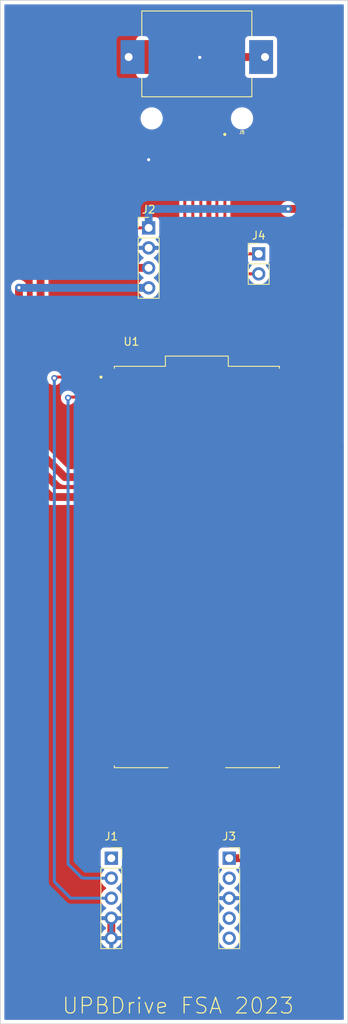
<source format=kicad_pcb>
(kicad_pcb (version 20211014) (generator pcbnew)
  (layers (0 "F.Cu" signal) (31 "B.Cu" signal) (34 "B.Paste" user) (35 "F.Paste" user) (36 "B.SilkS" user "B.Silkscreen") (37 "F.SilkS" user "F.Silkscreen") (38 "B.Mask" user) (39 "F.Mask" user) (44 "Edge.Cuts" user))
  (net 0 "")
  (net 1 "GND")
  (net 2 "SDA")
  (net 3 "SCL")
  (net 4 "POT_L")
  (net 5 "POT_R")
  (net 6 "5V")
  (net 8 "3.3V")
  (net 9 "CAN_RX")
  (net 10 "CAN_TX")
  (net 14 "CAN_H")
  (net 15 "CAN_L")
  (footprint "Connector_PinHeader_2.54mm:PinHeader_1x02_P2.54mm_Vertical" (layer "F.Cu") (at 152.75 64.21)
    (fp_text reference "J4")
    (fp_text value "Conn_01x02_Male")
  )
  (footprint "SnapEDA Library:MODULE_SC0915" (layer "F.Cu") (at 144.88 104)
    (fp_text reference "U1")
    (fp_text value "SC0915")
  )
  (footprint "Connector_PinSocket_2.54mm:PinSocket_1x05_P2.54mm_Vertical" (layer "F.Cu") (at 149 141)
    (fp_text reference "J3")
    (fp_text value "Conn_01x05_Male")
  )
  (footprint "Connector_PinHeader_2.54mm:PinHeader_1x04_P2.54mm_Vertical" (layer "F.Cu") (at 138.75 60.908)
    (fp_text reference "J2")
    (fp_text value "Conn_01x04_Female")
  )
  (footprint "Connector_PinSocket_2.54mm:PinSocket_1x05_P2.54mm_Vertical" (layer "F.Cu") (at 134 141)
    (fp_text reference "J1")
    (fp_text value "Conn_01x05_Male")
  )
  (footprint "SnapEDA Library:TE_2041126-1" (layer "F.Cu") (at 144.88 47 180)
    (fp_text reference "J5")
    (fp_text value "2041126-1")
    (fp_arc (start -8.175 7.8) (mid -8.321447 8.153553) (end -8.675 8.3) (layer "Edge.Cuts") (width 0.01))
    (fp_arc (start -8.675 8.3) (mid -9.028553 8.153553) (end -9.175 7.8) (layer "Edge.Cuts") (width 0.01))
    (fp_arc (start -9.175 7.8) (mid -9.028553 7.446447) (end -8.675 7.3) (layer "Edge.Cuts") (width 0.01))
    (fp_arc (start 8.675 8.3) (mid 8.321447 8.153553) (end 8.175 7.8) (layer "Edge.Cuts") (width 0.01))
    (fp_arc (start -8.675 7.3) (mid -8.321447 7.446447) (end -8.175 7.8) (layer "Edge.Cuts") (width 0.01))
    (fp_arc (start 8.675 7.3) (mid 9.028553 7.446447) (end 9.175 7.8) (layer "Edge.Cuts") (width 0.01))
    (fp_arc (start 9.175 7.8) (mid 9.028553 8.153553) (end 8.675 8.3) (layer "Edge.Cuts") (width 0.01))
    (fp_arc (start 8.175 7.8) (mid 8.321447 7.446447) (end 8.675 7.3) (layer "Edge.Cuts") (width 0.01))
  )
  (gr_rect (start 164.084 32.004) (end 119.888 162.052) (layer "Edge.Cuts") (width 0.1) (fill none))
  (gr_text "UPBDrive FSA 2023\n" (at 142.5 159.75) (layer "F.SilkS") (effects (font (size 2 2))))
  (segment (start 145.2 39.2) (end 145.25 39.25) (width 1) (layer "F.Cu") (net 1))
  (segment (start 141.31 49.69) (end 138.75 52.25) (width 0.381) (layer "F.Cu") (net 1))
  (segment (start 141.31 47) (end 141.31 49.69) (width 0.381) (layer "F.Cu") (net 1))
  (segment (start 144.88 128.7) (end 144.88 128.31098) (width 1) (layer "F.Cu") (net 1))
  (segment (start 134 151.16) (end 134 148.62) (width 1) (layer "F.Cu") (net 1))
  (segment (start 137.955 39.2) (end 145.2 39.2) (width 1) (layer "F.Cu") (net 1))
  (segment (start 151.805 39.2) (end 145.3 39.2) (width 1) (layer "F.Cu") (net 1))
  (segment (start 145.3 39.2) (end 145.25 39.25) (width 1) (layer "F.Cu") (net 1))
  (segment (start 130.05 84.95) (end 130 85) (width 1) (layer "F.Cu") (net 1))
  (via (at 138.75 52.25) (size 0.8) (drill 0.4) (layers "F.Cu" "B.Cu") (net 1))
  (via (at 145.25 39.25) (size 0.8) (drill 0.4) (layers "F.Cu" "B.Cu") (net 1))
  (via (at 145.25 39.25) (size 0.8) (drill 0.4) (layers "F.Cu" "B.Cu") (net 1))
  (segment (start 145.25 39.25) (end 145.5 39.25) (width 1) (layer "B.Cu") (net 1))
  (segment (start 126.88 79.87) (end 135.19 79.87) (width 0.381) (layer "F.Cu") (net 2))
  (segment (start 126.75 80) (end 126.88 79.87) (width 0.381) (layer "F.Cu") (net 2))
  (via (at 126.75 80) (size 0.8) (drill 0.4) (layers "F.Cu" "B.Cu") (net 2))
  (segment (start 134 146.08) (end 128.83 146.08) (width 0.381) (layer "B.Cu") (net 2))
  (segment (start 128.83 146.08) (end 126.75 144) (width 0.381) (layer "B.Cu") (net 2))
  (segment (start 126.75 144) (end 126.75 80) (width 0.381) (layer "B.Cu") (net 2))
  (segment (start 128.59 82.41) (end 128.5 82.5) (width 0.381) (layer "F.Cu") (net 3))
  (segment (start 135.19 82.41) (end 128.59 82.41) (width 0.381) (layer "F.Cu") (net 3))
  (via (at 128.5 82.5) (size 0.8) (drill 0.4) (layers "F.Cu" "B.Cu") (net 3))
  (segment (start 128.5 141.75) (end 130.25 143.5) (width 0.381) (layer "B.Cu") (net 3))
  (segment (start 130.25 143.5) (end 130.5 143.5) (width 0.381) (layer "B.Cu") (net 3))
  (segment (start 130.54 143.54) (end 134 143.54) (width 0.381) (layer "B.Cu") (net 3))
  (segment (start 128.5 82.5) (end 128.5 141.75) (width 0.381) (layer "B.Cu") (net 3))
  (segment (start 130.5 143.5) (end 130.54 143.54) (width 0.381) (layer "B.Cu") (net 3))
  (segment (start 154.38 100) (end 154.57 100.19) (width 0.381) (layer "F.Cu") (net 4))
  (segment (start 151.5 78) (end 151.5 99.5) (width 0.381) (layer "F.Cu") (net 4))
  (segment (start 144.37 73.62) (end 146.5 75.75) (width 0.381) (layer "F.Cu") (net 4))
  (segment (start 146.5 75.75) (end 149.25 75.75) (width 0.381) (layer "F.Cu") (net 4))
  (segment (start 149.25 75.75) (end 151.5 78) (width 0.381) (layer "F.Cu") (net 4))
  (segment (start 144.37 47) (end 144.37 73.62) (width 0.381) (layer "F.Cu") (net 4))
  (segment (start 152 100) (end 154.38 100) (width 0.381) (layer "F.Cu") (net 4))
  (segment (start 151.5 99.5) (end 152 100) (width 0.381) (layer "F.Cu") (net 4))
  (segment (start 143.35 74.85) (end 146 77.5) (width 0.381) (layer "F.Cu") (net 5))
  (segment (start 150 78.25) (end 150 101) (width 0.381) (layer "F.Cu") (net 5))
  (segment (start 149.25 77.5) (end 150 78.25) (width 0.381) (layer "F.Cu") (net 5))
  (segment (start 143.35 47) (end 143.35 74.85) (width 0.381) (layer "F.Cu") (net 5))
  (segment (start 151.73 102.73) (end 154.57 102.73) (width 0.381) (layer "F.Cu") (net 5))
  (segment (start 150 101) (end 151.73 102.73) (width 0.381) (layer "F.Cu") (net 5))
  (segment (start 146 77.5) (end 149.25 77.5) (width 0.381) (layer "F.Cu") (net 5))
  (segment (start 145.39 47) (end 145.39 70.89) (width 0.381) (layer "F.Cu") (net 6))
  (segment (start 145.39 70.89) (end 147.75 73.25) (width 0.381) (layer "F.Cu") (net 6))
  (segment (start 147.75 73.25) (end 158.25 73.25) (width 0.381) (layer "F.Cu") (net 6))
  (segment (start 158.34 82.41) (end 154.57 82.41) (width 0.381) (layer "F.Cu") (net 6))
  (segment (start 160.5 75.5) (end 160.5 80.25) (width 0.381) (layer "F.Cu") (net 6))
  (segment (start 158.25 73.25) (end 160.5 75.5) (width 0.381) (layer "F.Cu") (net 6))
  (segment (start 160.5 80.25) (end 158.34 82.41) (width 0.381) (layer "F.Cu") (net 6))
  (segment (start 154.57 82.41) (end 155.427023 82.41) (width 1) (layer "F.Cu") (net 6))
  (segment (start 155.427023 82.41) (end 155.517023 82.5) (width 1) (layer "F.Cu") (net 6))
  (segment (start 160.5 135) (end 154.5 141) (width 1) (layer "F.Cu") (net 8))
  (segment (start 142.33 53.42) (end 140 55.75) (width 0.381) (layer "F.Cu") (net 8))
  (segment (start 135.75 55.75) (end 134 57.5) (width 0.381) (layer "F.Cu") (net 8))
  (segment (start 154.5 141) (end 149 141) (width 1) (layer "F.Cu") (net 8))
  (segment (start 162.5 87.75) (end 162.5 61.5) (width 1) (layer "F.Cu") (net 8))
  (segment (start 159.5 58.5) (end 156.5 58.5) (width 1) (layer "F.Cu") (net 8))
  (segment (start 134 60.25) (end 134.658 60.908) (width 0.381) (layer "F.Cu") (net 8))
  (segment (start 160.5 90.75) (end 160.5 89.75) (width 1) (layer "F.Cu") (net 8))
  (segment (start 162.5 61.5) (end 159.5 58.5) (width 1) (layer "F.Cu") (net 8))
  (segment (start 142.33 47) (end 142.33 53.42) (width 0.381) (layer "F.Cu") (net 8))
  (segment (start 160.5 89.75) (end 162.5 87.75) (width 1) (layer "F.Cu") (net 8))
  (segment (start 160.5 90.75) (end 160.5 135) (width 1) (layer "F.Cu") (net 8))
  (segment (start 159.78 90.03) (end 160.5 90.75) (width 1) (layer "F.Cu") (net 8))
  (segment (start 134 57.5) (end 134 60.25) (width 0.381) (layer "F.Cu") (net 8))
  (segment (start 154.57 90.03) (end 159.78 90.03) (width 1) (layer "F.Cu") (net 8))
  (segment (start 140 55.75) (end 135.75 55.75) (width 0.381) (layer "F.Cu") (net 8))
  (segment (start 134.658 60.908) (end 138.75 60.908) (width 0.381) (layer "F.Cu") (net 8))
  (via (at 156.5 58.5) (size 0.8) (drill 0.4) (layers "F.Cu" "B.Cu") (net 8))
  (segment (start 138.75 58.5) (end 138.75 60.908) (width 1) (layer "B.Cu") (net 8))
  (segment (start 156.5 58.5) (end 138.75 58.5) (width 1) (layer "B.Cu") (net 8))
  (segment (start 135.19 92.57) (end 128.07 92.57) (width 1) (layer "F.Cu") (net 9))
  (segment (start 128.07 92.57) (end 125 89.5) (width 1) (layer "F.Cu") (net 9))
  (segment (start 125 89.5) (end 125 66.5) (width 1) (layer "F.Cu") (net 9))
  (segment (start 125.512 65.988) (end 138.75 65.988) (width 1) (layer "F.Cu") (net 9))
  (segment (start 125 66.5) (end 125.512 65.988) (width 1) (layer "F.Cu") (net 9))
  (segment (start 122.5 91.25) (end 122.25 91) (width 1) (layer "F.Cu") (net 10))
  (segment (start 126.36 95.11) (end 122.5 91.25) (width 1) (layer "F.Cu") (net 10))
  (segment (start 135.19 95.11) (end 126.36 95.11) (width 1) (layer "F.Cu") (net 10))
  (segment (start 122.25 91) (end 122.25 68.5) (width 1) (layer "F.Cu") (net 10))
  (via (at 122.25 68.5) (size 0.8) (drill 0.4) (layers "F.Cu" "B.Cu") (net 10))
  (segment (start 122.278 68.528) (end 138.75 68.528) (width 1) (layer "B.Cu") (net 10))
  (segment (start 122.25 68.5) (end 122.278 68.528) (width 1) (layer "B.Cu") (net 10))
  (segment (start 148.96 64.21) (end 148.45 63.7) (width 0.381) (layer "F.Cu") (net 14))
  (segment (start 152.75 64.21) (end 148.96 64.21) (width 0.381) (layer "F.Cu") (net 14))
  (segment (start 148.45 63.7) (end 148.45 47) (width 0.381) (layer "F.Cu") (net 14))
  (segment (start 147.43 47) (end 147.43 65.93) (width 0.381) (layer "F.Cu") (net 15))
  (segment (start 148.25 66.75) (end 152.75 66.75) (width 0.381) (layer "F.Cu") (net 15))
  (segment (start 147.43 65.93) (end 148.25 66.75) (width 0.381) (layer "F.Cu") (net 15))
  (zone (net 1) (net_name "GND") (layers F&B.Cu) (connect_pads (clearance 0.508)) (min_thickness 0.254) (fill yes (thermal_gap 0.508) (thermal_bridge_width 0.508))
    (polygon (pts (xy 164.084 162.052) (xy 119.888 162.052) (xy 119.888 32.004) (xy 164.084 32.004)))
  )
)
</source>
